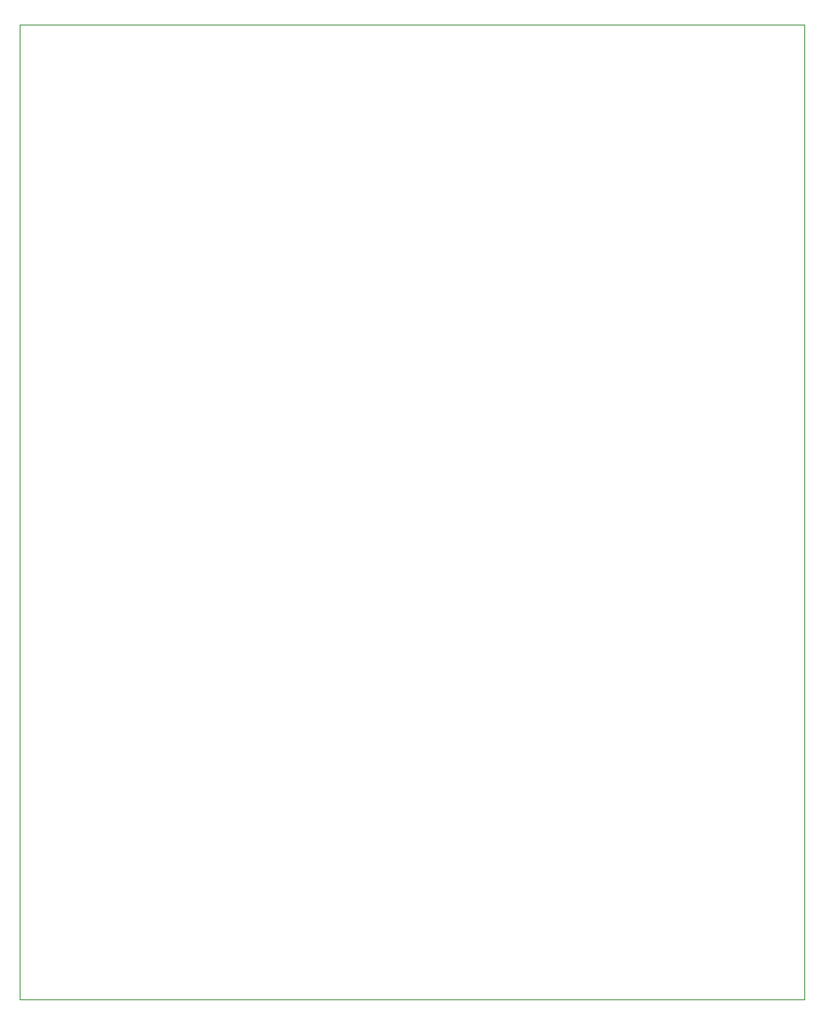
<source format=gbr>
%TF.GenerationSoftware,KiCad,Pcbnew,9.0.6*%
%TF.CreationDate,2025-11-30T21:38:08+01:00*%
%TF.ProjectId,Progetto1,50726f67-6574-4746-9f31-2e6b69636164,rev?*%
%TF.SameCoordinates,Original*%
%TF.FileFunction,Profile,NP*%
%FSLAX46Y46*%
G04 Gerber Fmt 4.6, Leading zero omitted, Abs format (unit mm)*
G04 Created by KiCad (PCBNEW 9.0.6) date 2025-11-30 21:38:08*
%MOMM*%
%LPD*%
G01*
G04 APERTURE LIST*
%TA.AperFunction,Profile*%
%ADD10C,0.050000*%
%TD*%
G04 APERTURE END LIST*
D10*
X114187500Y-48520000D02*
X195220000Y-48520000D01*
X195220000Y-149140000D01*
X114187500Y-149140000D01*
X114187500Y-48520000D01*
M02*

</source>
